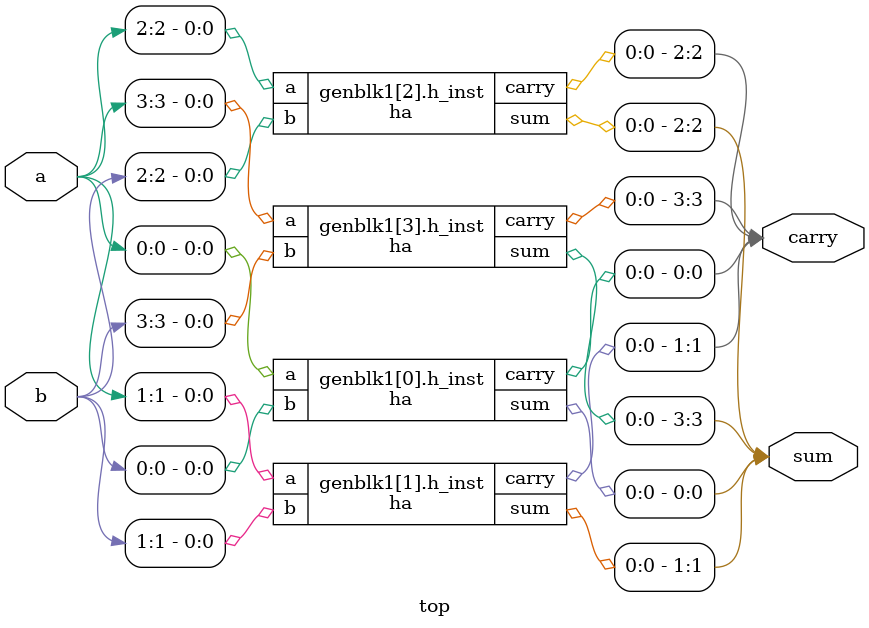
<source format=v>
module ha (
  input a,
  input b,
  output sum,
  output carry
);
  assign sum = a^b;
  assign carry = a&b;
endmodule

module top(
  input [3:0] a,
  input [3:0] b,
  output [3:0] sum,
  output [3:0] carry,
);
  
  genvar i;
  generate
    for(i=0; i <4;i++)begin
      ha h_inst(.a(a[i]),.b(b[i]),.sum(sum[i]),.carry(carry[i]));
  end
  endgenerate 
endmodule

</source>
